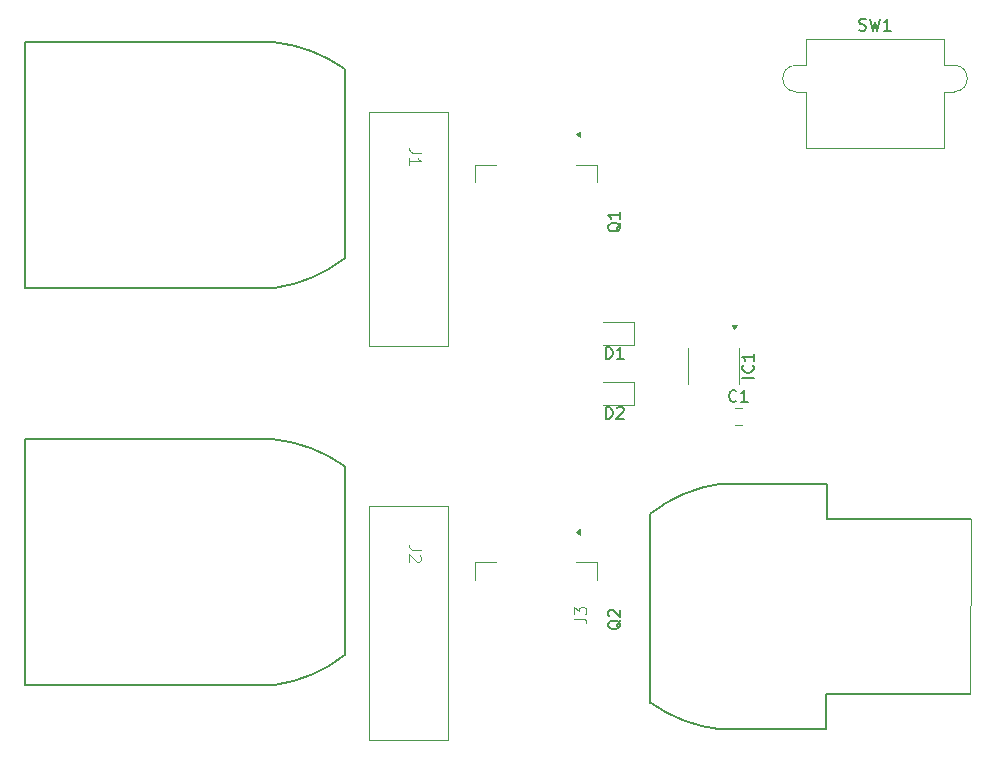
<source format=gbr>
%TF.GenerationSoftware,KiCad,Pcbnew,8.0.0*%
%TF.CreationDate,2024-03-01T13:10:07-07:00*%
%TF.ProjectId,2023IdealDiode,32303233-4964-4656-916c-44696f64652e,rev?*%
%TF.SameCoordinates,Original*%
%TF.FileFunction,Legend,Top*%
%TF.FilePolarity,Positive*%
%FSLAX46Y46*%
G04 Gerber Fmt 4.6, Leading zero omitted, Abs format (unit mm)*
G04 Created by KiCad (PCBNEW 8.0.0) date 2024-03-01 13:10:07*
%MOMM*%
%LPD*%
G01*
G04 APERTURE LIST*
%ADD10C,0.150000*%
%ADD11C,0.100000*%
%ADD12C,0.120000*%
G04 APERTURE END LIST*
D10*
X340399819Y-250721189D02*
X339399819Y-250721189D01*
X340304580Y-249673571D02*
X340352200Y-249721190D01*
X340352200Y-249721190D02*
X340399819Y-249864047D01*
X340399819Y-249864047D02*
X340399819Y-249959285D01*
X340399819Y-249959285D02*
X340352200Y-250102142D01*
X340352200Y-250102142D02*
X340256961Y-250197380D01*
X340256961Y-250197380D02*
X340161723Y-250244999D01*
X340161723Y-250244999D02*
X339971247Y-250292618D01*
X339971247Y-250292618D02*
X339828390Y-250292618D01*
X339828390Y-250292618D02*
X339637914Y-250244999D01*
X339637914Y-250244999D02*
X339542676Y-250197380D01*
X339542676Y-250197380D02*
X339447438Y-250102142D01*
X339447438Y-250102142D02*
X339399819Y-249959285D01*
X339399819Y-249959285D02*
X339399819Y-249864047D01*
X339399819Y-249864047D02*
X339447438Y-249721190D01*
X339447438Y-249721190D02*
X339495057Y-249673571D01*
X340399819Y-248721190D02*
X340399819Y-249292618D01*
X340399819Y-249006904D02*
X339399819Y-249006904D01*
X339399819Y-249006904D02*
X339542676Y-249102142D01*
X339542676Y-249102142D02*
X339637914Y-249197380D01*
X339637914Y-249197380D02*
X339685533Y-249292618D01*
X338923333Y-252679580D02*
X338875714Y-252727200D01*
X338875714Y-252727200D02*
X338732857Y-252774819D01*
X338732857Y-252774819D02*
X338637619Y-252774819D01*
X338637619Y-252774819D02*
X338494762Y-252727200D01*
X338494762Y-252727200D02*
X338399524Y-252631961D01*
X338399524Y-252631961D02*
X338351905Y-252536723D01*
X338351905Y-252536723D02*
X338304286Y-252346247D01*
X338304286Y-252346247D02*
X338304286Y-252203390D01*
X338304286Y-252203390D02*
X338351905Y-252012914D01*
X338351905Y-252012914D02*
X338399524Y-251917676D01*
X338399524Y-251917676D02*
X338494762Y-251822438D01*
X338494762Y-251822438D02*
X338637619Y-251774819D01*
X338637619Y-251774819D02*
X338732857Y-251774819D01*
X338732857Y-251774819D02*
X338875714Y-251822438D01*
X338875714Y-251822438D02*
X338923333Y-251870057D01*
X339875714Y-252774819D02*
X339304286Y-252774819D01*
X339590000Y-252774819D02*
X339590000Y-251774819D01*
X339590000Y-251774819D02*
X339494762Y-251917676D01*
X339494762Y-251917676D02*
X339399524Y-252012914D01*
X339399524Y-252012914D02*
X339304286Y-252060533D01*
D11*
X312217580Y-231696666D02*
X311503295Y-231696666D01*
X311503295Y-231696666D02*
X311360438Y-231649047D01*
X311360438Y-231649047D02*
X311265200Y-231553809D01*
X311265200Y-231553809D02*
X311217580Y-231410952D01*
X311217580Y-231410952D02*
X311217580Y-231315714D01*
X311217580Y-232696666D02*
X311217580Y-232125238D01*
X311217580Y-232410952D02*
X312217580Y-232410952D01*
X312217580Y-232410952D02*
X312074723Y-232315714D01*
X312074723Y-232315714D02*
X311979485Y-232220476D01*
X311979485Y-232220476D02*
X311931866Y-232125238D01*
D10*
X329145057Y-237615238D02*
X329097438Y-237710476D01*
X329097438Y-237710476D02*
X329002200Y-237805714D01*
X329002200Y-237805714D02*
X328859342Y-237948571D01*
X328859342Y-237948571D02*
X328811723Y-238043809D01*
X328811723Y-238043809D02*
X328811723Y-238139047D01*
X329049819Y-238091428D02*
X329002200Y-238186666D01*
X329002200Y-238186666D02*
X328906961Y-238281904D01*
X328906961Y-238281904D02*
X328716485Y-238329523D01*
X328716485Y-238329523D02*
X328383152Y-238329523D01*
X328383152Y-238329523D02*
X328192676Y-238281904D01*
X328192676Y-238281904D02*
X328097438Y-238186666D01*
X328097438Y-238186666D02*
X328049819Y-238091428D01*
X328049819Y-238091428D02*
X328049819Y-237900952D01*
X328049819Y-237900952D02*
X328097438Y-237805714D01*
X328097438Y-237805714D02*
X328192676Y-237710476D01*
X328192676Y-237710476D02*
X328383152Y-237662857D01*
X328383152Y-237662857D02*
X328716485Y-237662857D01*
X328716485Y-237662857D02*
X328906961Y-237710476D01*
X328906961Y-237710476D02*
X329002200Y-237805714D01*
X329002200Y-237805714D02*
X329049819Y-237900952D01*
X329049819Y-237900952D02*
X329049819Y-238091428D01*
X329049819Y-236710476D02*
X329049819Y-237281904D01*
X329049819Y-236996190D02*
X328049819Y-236996190D01*
X328049819Y-236996190D02*
X328192676Y-237091428D01*
X328192676Y-237091428D02*
X328287914Y-237186666D01*
X328287914Y-237186666D02*
X328335533Y-237281904D01*
X327859405Y-249119819D02*
X327859405Y-248119819D01*
X327859405Y-248119819D02*
X328097500Y-248119819D01*
X328097500Y-248119819D02*
X328240357Y-248167438D01*
X328240357Y-248167438D02*
X328335595Y-248262676D01*
X328335595Y-248262676D02*
X328383214Y-248357914D01*
X328383214Y-248357914D02*
X328430833Y-248548390D01*
X328430833Y-248548390D02*
X328430833Y-248691247D01*
X328430833Y-248691247D02*
X328383214Y-248881723D01*
X328383214Y-248881723D02*
X328335595Y-248976961D01*
X328335595Y-248976961D02*
X328240357Y-249072200D01*
X328240357Y-249072200D02*
X328097500Y-249119819D01*
X328097500Y-249119819D02*
X327859405Y-249119819D01*
X329383214Y-249119819D02*
X328811786Y-249119819D01*
X329097500Y-249119819D02*
X329097500Y-248119819D01*
X329097500Y-248119819D02*
X329002262Y-248262676D01*
X329002262Y-248262676D02*
X328907024Y-248357914D01*
X328907024Y-248357914D02*
X328811786Y-248405533D01*
X329145057Y-271270238D02*
X329097438Y-271365476D01*
X329097438Y-271365476D02*
X329002200Y-271460714D01*
X329002200Y-271460714D02*
X328859342Y-271603571D01*
X328859342Y-271603571D02*
X328811723Y-271698809D01*
X328811723Y-271698809D02*
X328811723Y-271794047D01*
X329049819Y-271746428D02*
X329002200Y-271841666D01*
X329002200Y-271841666D02*
X328906961Y-271936904D01*
X328906961Y-271936904D02*
X328716485Y-271984523D01*
X328716485Y-271984523D02*
X328383152Y-271984523D01*
X328383152Y-271984523D02*
X328192676Y-271936904D01*
X328192676Y-271936904D02*
X328097438Y-271841666D01*
X328097438Y-271841666D02*
X328049819Y-271746428D01*
X328049819Y-271746428D02*
X328049819Y-271555952D01*
X328049819Y-271555952D02*
X328097438Y-271460714D01*
X328097438Y-271460714D02*
X328192676Y-271365476D01*
X328192676Y-271365476D02*
X328383152Y-271317857D01*
X328383152Y-271317857D02*
X328716485Y-271317857D01*
X328716485Y-271317857D02*
X328906961Y-271365476D01*
X328906961Y-271365476D02*
X329002200Y-271460714D01*
X329002200Y-271460714D02*
X329049819Y-271555952D01*
X329049819Y-271555952D02*
X329049819Y-271746428D01*
X328145057Y-270936904D02*
X328097438Y-270889285D01*
X328097438Y-270889285D02*
X328049819Y-270794047D01*
X328049819Y-270794047D02*
X328049819Y-270555952D01*
X328049819Y-270555952D02*
X328097438Y-270460714D01*
X328097438Y-270460714D02*
X328145057Y-270413095D01*
X328145057Y-270413095D02*
X328240295Y-270365476D01*
X328240295Y-270365476D02*
X328335533Y-270365476D01*
X328335533Y-270365476D02*
X328478390Y-270413095D01*
X328478390Y-270413095D02*
X329049819Y-270984523D01*
X329049819Y-270984523D02*
X329049819Y-270365476D01*
D11*
X325192419Y-271143333D02*
X325906704Y-271143333D01*
X325906704Y-271143333D02*
X326049561Y-271190952D01*
X326049561Y-271190952D02*
X326144800Y-271286190D01*
X326144800Y-271286190D02*
X326192419Y-271429047D01*
X326192419Y-271429047D02*
X326192419Y-271524285D01*
X325192419Y-270762380D02*
X325192419Y-270143333D01*
X325192419Y-270143333D02*
X325573371Y-270476666D01*
X325573371Y-270476666D02*
X325573371Y-270333809D01*
X325573371Y-270333809D02*
X325620990Y-270238571D01*
X325620990Y-270238571D02*
X325668609Y-270190952D01*
X325668609Y-270190952D02*
X325763847Y-270143333D01*
X325763847Y-270143333D02*
X326001942Y-270143333D01*
X326001942Y-270143333D02*
X326097180Y-270190952D01*
X326097180Y-270190952D02*
X326144800Y-270238571D01*
X326144800Y-270238571D02*
X326192419Y-270333809D01*
X326192419Y-270333809D02*
X326192419Y-270619523D01*
X326192419Y-270619523D02*
X326144800Y-270714761D01*
X326144800Y-270714761D02*
X326097180Y-270762380D01*
X312192580Y-265316666D02*
X311478295Y-265316666D01*
X311478295Y-265316666D02*
X311335438Y-265269047D01*
X311335438Y-265269047D02*
X311240200Y-265173809D01*
X311240200Y-265173809D02*
X311192580Y-265030952D01*
X311192580Y-265030952D02*
X311192580Y-264935714D01*
X312097342Y-265745238D02*
X312144961Y-265792857D01*
X312144961Y-265792857D02*
X312192580Y-265888095D01*
X312192580Y-265888095D02*
X312192580Y-266126190D01*
X312192580Y-266126190D02*
X312144961Y-266221428D01*
X312144961Y-266221428D02*
X312097342Y-266269047D01*
X312097342Y-266269047D02*
X312002104Y-266316666D01*
X312002104Y-266316666D02*
X311906866Y-266316666D01*
X311906866Y-266316666D02*
X311764009Y-266269047D01*
X311764009Y-266269047D02*
X311192580Y-265697619D01*
X311192580Y-265697619D02*
X311192580Y-266316666D01*
D10*
X327859405Y-254199819D02*
X327859405Y-253199819D01*
X327859405Y-253199819D02*
X328097500Y-253199819D01*
X328097500Y-253199819D02*
X328240357Y-253247438D01*
X328240357Y-253247438D02*
X328335595Y-253342676D01*
X328335595Y-253342676D02*
X328383214Y-253437914D01*
X328383214Y-253437914D02*
X328430833Y-253628390D01*
X328430833Y-253628390D02*
X328430833Y-253771247D01*
X328430833Y-253771247D02*
X328383214Y-253961723D01*
X328383214Y-253961723D02*
X328335595Y-254056961D01*
X328335595Y-254056961D02*
X328240357Y-254152200D01*
X328240357Y-254152200D02*
X328097500Y-254199819D01*
X328097500Y-254199819D02*
X327859405Y-254199819D01*
X328811786Y-253295057D02*
X328859405Y-253247438D01*
X328859405Y-253247438D02*
X328954643Y-253199819D01*
X328954643Y-253199819D02*
X329192738Y-253199819D01*
X329192738Y-253199819D02*
X329287976Y-253247438D01*
X329287976Y-253247438D02*
X329335595Y-253295057D01*
X329335595Y-253295057D02*
X329383214Y-253390295D01*
X329383214Y-253390295D02*
X329383214Y-253485533D01*
X329383214Y-253485533D02*
X329335595Y-253628390D01*
X329335595Y-253628390D02*
X328764167Y-254199819D01*
X328764167Y-254199819D02*
X329383214Y-254199819D01*
X349321667Y-221302200D02*
X349464524Y-221349819D01*
X349464524Y-221349819D02*
X349702619Y-221349819D01*
X349702619Y-221349819D02*
X349797857Y-221302200D01*
X349797857Y-221302200D02*
X349845476Y-221254580D01*
X349845476Y-221254580D02*
X349893095Y-221159342D01*
X349893095Y-221159342D02*
X349893095Y-221064104D01*
X349893095Y-221064104D02*
X349845476Y-220968866D01*
X349845476Y-220968866D02*
X349797857Y-220921247D01*
X349797857Y-220921247D02*
X349702619Y-220873628D01*
X349702619Y-220873628D02*
X349512143Y-220826009D01*
X349512143Y-220826009D02*
X349416905Y-220778390D01*
X349416905Y-220778390D02*
X349369286Y-220730771D01*
X349369286Y-220730771D02*
X349321667Y-220635533D01*
X349321667Y-220635533D02*
X349321667Y-220540295D01*
X349321667Y-220540295D02*
X349369286Y-220445057D01*
X349369286Y-220445057D02*
X349416905Y-220397438D01*
X349416905Y-220397438D02*
X349512143Y-220349819D01*
X349512143Y-220349819D02*
X349750238Y-220349819D01*
X349750238Y-220349819D02*
X349893095Y-220397438D01*
X350226429Y-220349819D02*
X350464524Y-221349819D01*
X350464524Y-221349819D02*
X350655000Y-220635533D01*
X350655000Y-220635533D02*
X350845476Y-221349819D01*
X350845476Y-221349819D02*
X351083572Y-220349819D01*
X351988333Y-221349819D02*
X351416905Y-221349819D01*
X351702619Y-221349819D02*
X351702619Y-220349819D01*
X351702619Y-220349819D02*
X351607381Y-220492676D01*
X351607381Y-220492676D02*
X351512143Y-220587914D01*
X351512143Y-220587914D02*
X351416905Y-220635533D01*
D12*
%TO.C,IC1*%
X334835000Y-249745000D02*
X334835000Y-248245000D01*
X334835000Y-249745000D02*
X334835000Y-251245000D01*
X339155000Y-249745000D02*
X339155000Y-248245000D01*
X339155000Y-249745000D02*
X339155000Y-251245000D01*
X338745000Y-246610000D02*
X338505000Y-246280000D01*
X338985000Y-246280000D01*
X338745000Y-246610000D01*
G36*
X338745000Y-246610000D02*
G01*
X338505000Y-246280000D01*
X338985000Y-246280000D01*
X338745000Y-246610000D01*
G37*
%TO.C,C1*%
X338828748Y-253265000D02*
X339351252Y-253265000D01*
X338828748Y-254735000D02*
X339351252Y-254735000D01*
D10*
%TO.C,J1*%
X278675000Y-222330000D02*
X278675000Y-243130000D01*
X278675000Y-243130000D02*
X293875000Y-243130000D01*
X293875000Y-222330000D02*
X278675000Y-222330000D01*
X293875000Y-222330000D02*
X299825000Y-222330000D01*
X293875000Y-243130000D02*
X299825000Y-243130000D01*
X305775000Y-224600000D02*
X305775000Y-240600000D01*
X299825000Y-222330001D02*
G75*
G02*
X305775000Y-224600000I-1402750J-12609719D01*
G01*
X305775000Y-240600000D02*
G75*
G02*
X299825000Y-243130000I-7665721J9766538D01*
G01*
%TO.C,F2*%
D11*
X314515000Y-261625000D02*
X307785000Y-261625000D01*
X307785000Y-281435000D01*
X314515000Y-281435000D01*
X314515000Y-261625000D01*
D12*
%TO.C,Q1*%
X316745000Y-232695000D02*
X318555000Y-232695000D01*
X316745000Y-234195000D02*
X316745000Y-232695000D01*
X327145000Y-232695000D02*
X325335000Y-232695000D01*
X327145000Y-234195000D02*
X327145000Y-232695000D01*
X325665000Y-230372500D02*
X325335000Y-230132500D01*
X325665000Y-229892500D01*
X325665000Y-230372500D01*
G36*
X325665000Y-230372500D02*
G01*
X325335000Y-230132500D01*
X325665000Y-229892500D01*
X325665000Y-230372500D01*
G37*
%TO.C,D1*%
X327597500Y-247975000D02*
X330282500Y-247975000D01*
X330282500Y-246055000D02*
X327597500Y-246055000D01*
X330282500Y-247975000D02*
X330282500Y-246055000D01*
%TO.C,F1*%
D11*
X314515000Y-228220000D02*
X307785000Y-228220000D01*
X307785000Y-248030000D01*
X314515000Y-248030000D01*
X314515000Y-228220000D01*
D12*
%TO.C,Q2*%
X316745000Y-266350000D02*
X318555000Y-266350000D01*
X316745000Y-267850000D02*
X316745000Y-266350000D01*
X327145000Y-266350000D02*
X325335000Y-266350000D01*
X327145000Y-267850000D02*
X327145000Y-266350000D01*
X325665000Y-264027500D02*
X325335000Y-263787500D01*
X325665000Y-263547500D01*
X325665000Y-264027500D01*
G36*
X325665000Y-264027500D02*
G01*
X325335000Y-263787500D01*
X325665000Y-263547500D01*
X325665000Y-264027500D01*
G37*
D10*
%TO.C,J3*%
X331635000Y-278240000D02*
X331635000Y-262240000D01*
X343535000Y-259710000D02*
X337585000Y-259710000D01*
X343535000Y-280510000D02*
X337585000Y-280510000D01*
X343535000Y-280510000D02*
X346535000Y-280510000D01*
X343559000Y-259715000D02*
X346559000Y-259715000D01*
X346535000Y-277510000D02*
X358735000Y-277510000D01*
X346535000Y-280510000D02*
X346535000Y-277510000D01*
X346559000Y-262715000D02*
X346559000Y-259715000D01*
X346559000Y-262715000D02*
X358759000Y-262715000D01*
D11*
X358759000Y-262715000D02*
X358735000Y-277510000D01*
D10*
X331635000Y-262240000D02*
G75*
G02*
X337585000Y-259710000I7665721J-9766538D01*
G01*
X337585000Y-280509999D02*
G75*
G02*
X331635000Y-278240000I1402750J12609719D01*
G01*
%TO.C,J2*%
X278650000Y-255950000D02*
X278650000Y-276750000D01*
X278650000Y-276750000D02*
X293850000Y-276750000D01*
X293850000Y-255950000D02*
X278650000Y-255950000D01*
X293850000Y-255950000D02*
X299800000Y-255950000D01*
X293850000Y-276750000D02*
X299800000Y-276750000D01*
X305750000Y-258220000D02*
X305750000Y-274220000D01*
X299800000Y-255950001D02*
G75*
G02*
X305750000Y-258220000I-1402750J-12609719D01*
G01*
X305750000Y-274220000D02*
G75*
G02*
X299800000Y-276750000I-7665721J9766538D01*
G01*
D12*
%TO.C,D2*%
X327597500Y-253055000D02*
X330282500Y-253055000D01*
X330282500Y-251135000D02*
X327597500Y-251135000D01*
X330282500Y-253055000D02*
X330282500Y-251135000D01*
%TO.C,SW1*%
X357355000Y-224285000D02*
G75*
G02*
X357355000Y-226505000I0J-1110000D01*
G01*
X343955000Y-226505000D02*
G75*
G02*
X343955000Y-224285000I0J1110000D01*
G01*
X356515000Y-222085000D02*
X356515000Y-224285000D01*
X344795000Y-222085000D02*
X356515000Y-222085000D01*
X344795000Y-222085000D02*
X344795000Y-224285000D01*
X356515000Y-224285000D02*
X357355000Y-224285000D01*
X343955000Y-224285000D02*
X344795000Y-224285000D01*
X356515000Y-226505000D02*
X357355000Y-226505000D01*
X356515000Y-226505000D02*
X356515000Y-231305000D01*
X344795000Y-226505000D02*
X344795000Y-231305000D01*
X343955000Y-226505000D02*
X344795000Y-226505000D01*
X344795000Y-231305000D02*
X356515000Y-231305000D01*
%TD*%
M02*

</source>
